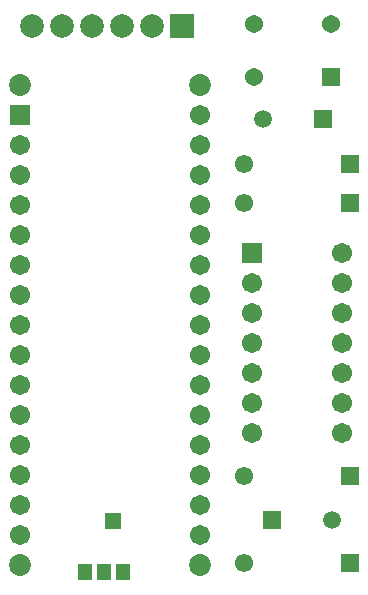
<source format=gbs>
G04*
G04 #@! TF.GenerationSoftware,Altium Limited,Altium Designer,21.9.1 (22)*
G04*
G04 Layer_Color=16711935*
%FSLAX25Y25*%
%MOIN*%
G70*
G04*
G04 #@! TF.SameCoordinates,61359596-3549-415F-9DB3-B4CDDCDC9052*
G04*
G04*
G04 #@! TF.FilePolarity,Negative*
G04*
G01*
G75*
%ADD15C,0.07887*%
%ADD16R,0.07887X0.07887*%
%ADD17C,0.05918*%
%ADD18R,0.05918X0.05918*%
%ADD19C,0.06063*%
%ADD20R,0.06063X0.06063*%
%ADD21C,0.06737*%
%ADD22R,0.06706X0.06706*%
%ADD23C,0.06706*%
%ADD24R,0.06737X0.06737*%
%ADD25C,0.07300*%
%ADD26R,0.06115X0.06115*%
%ADD27C,0.06115*%
%ADD42R,0.04737X0.05721*%
%ADD43R,0.05524X0.05524*%
D15*
X134500Y288000D02*
D03*
X144500D02*
D03*
X154500D02*
D03*
X174500D02*
D03*
X164500D02*
D03*
D16*
X184500D02*
D03*
D17*
X211547Y257000D02*
D03*
X234453Y123500D02*
D03*
D18*
X231547Y257000D02*
D03*
X214453Y123500D02*
D03*
D19*
X208705Y288858D02*
D03*
X234295D02*
D03*
X208705Y271142D02*
D03*
D20*
X234295D02*
D03*
D21*
X190500Y188500D02*
D03*
X130500Y248500D02*
D03*
Y238500D02*
D03*
Y228500D02*
D03*
Y218500D02*
D03*
Y208500D02*
D03*
Y198500D02*
D03*
Y188500D02*
D03*
Y178500D02*
D03*
Y168500D02*
D03*
Y158500D02*
D03*
Y148500D02*
D03*
Y138500D02*
D03*
Y128500D02*
D03*
Y118500D02*
D03*
X190500D02*
D03*
Y128500D02*
D03*
Y138500D02*
D03*
Y148500D02*
D03*
Y158500D02*
D03*
Y168500D02*
D03*
Y178500D02*
D03*
Y198500D02*
D03*
Y208500D02*
D03*
Y218500D02*
D03*
Y228500D02*
D03*
Y238500D02*
D03*
Y248500D02*
D03*
Y258500D02*
D03*
D22*
X208000Y212500D02*
D03*
D23*
Y202500D02*
D03*
Y192500D02*
D03*
Y182500D02*
D03*
Y172500D02*
D03*
Y162500D02*
D03*
Y152500D02*
D03*
X238000Y212500D02*
D03*
Y202500D02*
D03*
Y192500D02*
D03*
Y182500D02*
D03*
Y172500D02*
D03*
Y162500D02*
D03*
Y152500D02*
D03*
D24*
X130500Y258500D02*
D03*
D25*
Y108500D02*
D03*
X190500D02*
D03*
X130500Y268500D02*
D03*
X190500D02*
D03*
D26*
X240717Y138000D02*
D03*
Y109000D02*
D03*
Y229000D02*
D03*
Y242000D02*
D03*
D27*
X205283Y138000D02*
D03*
Y109000D02*
D03*
Y229000D02*
D03*
Y242000D02*
D03*
D42*
X158538Y106000D02*
D03*
X152239D02*
D03*
X164838D02*
D03*
D43*
X161688Y123000D02*
D03*
M02*

</source>
